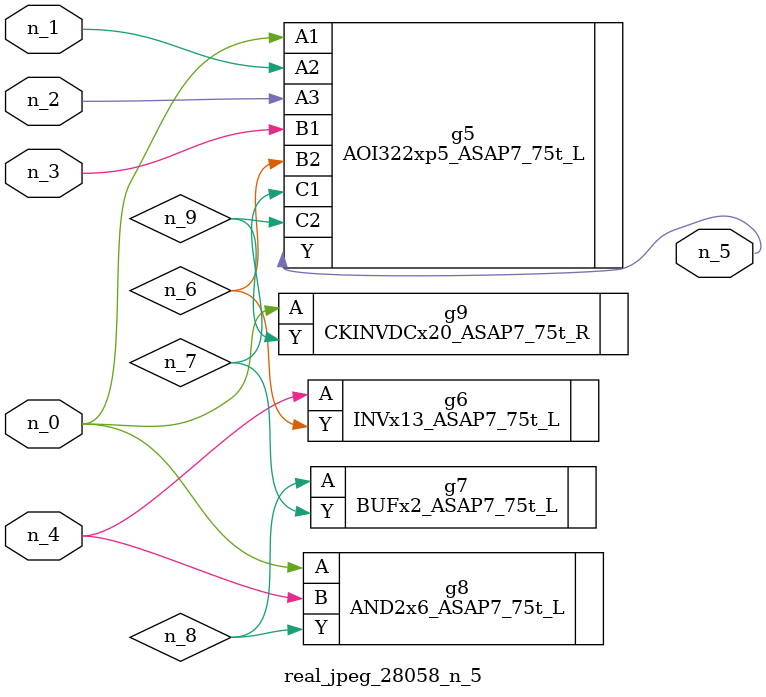
<source format=v>
module real_jpeg_28058_n_5 (n_4, n_0, n_1, n_2, n_3, n_5);

input n_4;
input n_0;
input n_1;
input n_2;
input n_3;

output n_5;

wire n_8;
wire n_6;
wire n_7;
wire n_9;

AOI322xp5_ASAP7_75t_L g5 ( 
.A1(n_0),
.A2(n_1),
.A3(n_2),
.B1(n_3),
.B2(n_6),
.C1(n_7),
.C2(n_9),
.Y(n_5)
);

AND2x6_ASAP7_75t_L g8 ( 
.A(n_0),
.B(n_4),
.Y(n_8)
);

CKINVDCx20_ASAP7_75t_R g9 ( 
.A(n_0),
.Y(n_9)
);

INVx13_ASAP7_75t_L g6 ( 
.A(n_4),
.Y(n_6)
);

BUFx2_ASAP7_75t_L g7 ( 
.A(n_8),
.Y(n_7)
);


endmodule
</source>
